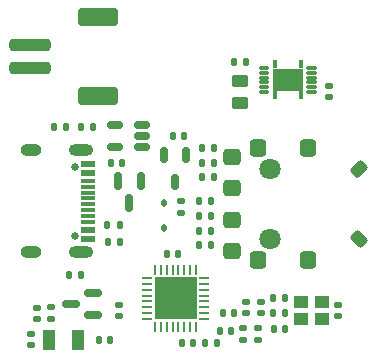
<source format=gbr>
%TF.GenerationSoftware,KiCad,Pcbnew,7.0.1*%
%TF.CreationDate,2024-01-11T23:21:17+00:00*%
%TF.ProjectId,Hardware,48617264-7761-4726-952e-6b696361645f,rev?*%
%TF.SameCoordinates,Original*%
%TF.FileFunction,Soldermask,Bot*%
%TF.FilePolarity,Negative*%
%FSLAX46Y46*%
G04 Gerber Fmt 4.6, Leading zero omitted, Abs format (unit mm)*
G04 Created by KiCad (PCBNEW 7.0.1) date 2024-01-11 23:21:17*
%MOMM*%
%LPD*%
G01*
G04 APERTURE LIST*
G04 Aperture macros list*
%AMRoundRect*
0 Rectangle with rounded corners*
0 $1 Rounding radius*
0 $2 $3 $4 $5 $6 $7 $8 $9 X,Y pos of 4 corners*
0 Add a 4 corners polygon primitive as box body*
4,1,4,$2,$3,$4,$5,$6,$7,$8,$9,$2,$3,0*
0 Add four circle primitives for the rounded corners*
1,1,$1+$1,$2,$3*
1,1,$1+$1,$4,$5*
1,1,$1+$1,$6,$7*
1,1,$1+$1,$8,$9*
0 Add four rect primitives between the rounded corners*
20,1,$1+$1,$2,$3,$4,$5,0*
20,1,$1+$1,$4,$5,$6,$7,0*
20,1,$1+$1,$6,$7,$8,$9,0*
20,1,$1+$1,$8,$9,$2,$3,0*%
G04 Aperture macros list end*
%ADD10RoundRect,0.140000X-0.170000X0.140000X-0.170000X-0.140000X0.170000X-0.140000X0.170000X0.140000X0*%
%ADD11RoundRect,0.140000X-0.140000X-0.170000X0.140000X-0.170000X0.140000X0.170000X-0.140000X0.170000X0*%
%ADD12RoundRect,0.135000X-0.185000X0.135000X-0.185000X-0.135000X0.185000X-0.135000X0.185000X0.135000X0*%
%ADD13RoundRect,0.150000X0.587500X0.150000X-0.587500X0.150000X-0.587500X-0.150000X0.587500X-0.150000X0*%
%ADD14RoundRect,0.135000X-0.135000X-0.185000X0.135000X-0.185000X0.135000X0.185000X-0.135000X0.185000X0*%
%ADD15RoundRect,0.150000X0.512500X0.150000X-0.512500X0.150000X-0.512500X-0.150000X0.512500X-0.150000X0*%
%ADD16RoundRect,0.135000X0.135000X0.185000X-0.135000X0.185000X-0.135000X-0.185000X0.135000X-0.185000X0*%
%ADD17R,1.000000X1.800000*%
%ADD18RoundRect,0.062500X0.062500X-0.337500X0.062500X0.337500X-0.062500X0.337500X-0.062500X-0.337500X0*%
%ADD19RoundRect,0.062500X0.337500X-0.062500X0.337500X0.062500X-0.337500X0.062500X-0.337500X-0.062500X0*%
%ADD20R,3.600000X3.600000*%
%ADD21RoundRect,0.147500X0.147500X0.172500X-0.147500X0.172500X-0.147500X-0.172500X0.147500X-0.172500X0*%
%ADD22C,0.650000*%
%ADD23R,1.240000X0.600000*%
%ADD24R,1.240000X0.300000*%
%ADD25O,1.800000X1.000000*%
%ADD26O,2.100000X1.000000*%
%ADD27RoundRect,0.250000X-1.500000X0.250000X-1.500000X-0.250000X1.500000X-0.250000X1.500000X0.250000X0*%
%ADD28RoundRect,0.250001X-1.449999X0.499999X-1.449999X-0.499999X1.449999X-0.499999X1.449999X0.499999X0*%
%ADD29RoundRect,0.250000X-0.450000X0.262500X-0.450000X-0.262500X0.450000X-0.262500X0.450000X0.262500X0*%
%ADD30R,1.150000X1.000000*%
%ADD31RoundRect,0.140000X0.170000X-0.140000X0.170000X0.140000X-0.170000X0.140000X-0.170000X-0.140000X0*%
%ADD32RoundRect,0.050000X0.100000X0.100000X-0.100000X0.100000X-0.100000X-0.100000X0.100000X-0.100000X0*%
%ADD33O,0.950000X0.300000*%
%ADD34R,0.400000X0.575000*%
%ADD35R,0.400000X0.675000*%
%ADD36R,2.600000X1.950000*%
%ADD37RoundRect,0.150000X-0.150000X0.512500X-0.150000X-0.512500X0.150000X-0.512500X0.150000X0.512500X0*%
%ADD38RoundRect,0.140000X0.140000X0.170000X-0.140000X0.170000X-0.140000X-0.170000X0.140000X-0.170000X0*%
%ADD39RoundRect,0.150000X-0.150000X0.587500X-0.150000X-0.587500X0.150000X-0.587500X0.150000X0.587500X0*%
%ADD40RoundRect,0.147500X-0.172500X0.147500X-0.172500X-0.147500X0.172500X-0.147500X0.172500X0.147500X0*%
%ADD41RoundRect,0.350000X0.350000X-0.400000X0.350000X0.400000X-0.350000X0.400000X-0.350000X-0.400000X0*%
%ADD42C,1.800000*%
%ADD43RoundRect,0.250000X0.141421X-0.494975X0.494975X-0.141421X-0.141421X0.494975X-0.494975X0.141421X0*%
%ADD44RoundRect,0.250000X0.494975X0.141421X0.141421X0.494975X-0.494975X-0.141421X-0.141421X-0.494975X0*%
%ADD45RoundRect,0.350000X0.400000X-0.350000X0.400000X0.350000X-0.400000X0.350000X-0.400000X-0.350000X0*%
%ADD46RoundRect,0.112500X-0.112500X0.187500X-0.112500X-0.187500X0.112500X-0.187500X0.112500X0.187500X0*%
G04 APERTURE END LIST*
D10*
%TO.C,C14*%
X142000000Y-48020000D03*
X142000000Y-48980000D03*
%TD*%
D11*
%TO.C,C20*%
X131020000Y-60250000D03*
X131980000Y-60250000D03*
%TD*%
D12*
%TO.C,R1*%
X118500000Y-66740000D03*
X118500000Y-67760000D03*
%TD*%
D11*
%TO.C,C15*%
X123540000Y-54500000D03*
X124500000Y-54500000D03*
%TD*%
%TO.C,C12*%
X133020000Y-67250000D03*
X133980000Y-67250000D03*
%TD*%
D13*
%TO.C,Q2*%
X122000000Y-65500000D03*
X122000000Y-67400000D03*
X120125000Y-66450000D03*
%TD*%
D14*
%TO.C,R12*%
X130990000Y-59000000D03*
X132010000Y-59000000D03*
%TD*%
D11*
%TO.C,C19*%
X137315000Y-68580000D03*
X138275000Y-68580000D03*
%TD*%
D14*
%TO.C,R10*%
X123250000Y-61250000D03*
X124270000Y-61250000D03*
%TD*%
D15*
%TO.C,U3*%
X126137500Y-51300000D03*
X126137500Y-52250000D03*
X126137500Y-53200000D03*
X123862500Y-53200000D03*
X123862500Y-51300000D03*
%TD*%
D14*
%TO.C,R11*%
X130990000Y-61500000D03*
X132010000Y-61500000D03*
%TD*%
D16*
%TO.C,R3*%
X119760000Y-51500000D03*
X118740000Y-51500000D03*
%TD*%
D17*
%TO.C,Y2*%
X120750000Y-69500000D03*
X118250000Y-69500000D03*
%TD*%
D11*
%TO.C,C5*%
X132770000Y-68750000D03*
X133730000Y-68750000D03*
%TD*%
D18*
%TO.C,U1*%
X130750000Y-68450000D03*
X130250000Y-68450000D03*
X129750000Y-68450000D03*
X129250000Y-68450000D03*
X128750000Y-68450000D03*
X128250000Y-68450000D03*
X127750000Y-68450000D03*
X127250000Y-68450000D03*
D19*
X126550000Y-67750000D03*
X126550000Y-67250000D03*
X126550000Y-66750000D03*
X126550000Y-66250000D03*
X126550000Y-65750000D03*
X126550000Y-65250000D03*
X126550000Y-64750000D03*
X126550000Y-64250000D03*
D18*
X127250000Y-63550000D03*
X127750000Y-63550000D03*
X128250000Y-63550000D03*
X128750000Y-63550000D03*
X129250000Y-63550000D03*
X129750000Y-63550000D03*
X130250000Y-63550000D03*
X130750000Y-63550000D03*
D19*
X131450000Y-64250000D03*
X131450000Y-64750000D03*
X131450000Y-65250000D03*
X131450000Y-65750000D03*
X131450000Y-66250000D03*
X131450000Y-66750000D03*
X131450000Y-67250000D03*
X131450000Y-67750000D03*
D20*
X129000000Y-66000000D03*
%TD*%
D21*
%TO.C,L1*%
X132485000Y-69750000D03*
X131515000Y-69750000D03*
%TD*%
D14*
%TO.C,R4*%
X123240000Y-59750000D03*
X124260000Y-59750000D03*
%TD*%
D22*
%TO.C,J1*%
X120461000Y-60675000D03*
X120461000Y-54895000D03*
D23*
X121581000Y-60985000D03*
X121581000Y-60185000D03*
D24*
X121581000Y-59035000D03*
X121581000Y-58035000D03*
X121581000Y-57535000D03*
X121581000Y-56535000D03*
D23*
X121581000Y-55385000D03*
X121581000Y-54585000D03*
X121581000Y-54585000D03*
X121581000Y-55385000D03*
D24*
X121581000Y-56035000D03*
X121581000Y-57035000D03*
X121581000Y-58535000D03*
X121581000Y-59535000D03*
D23*
X121581000Y-60185000D03*
X121581000Y-60985000D03*
D25*
X116781000Y-62105000D03*
D26*
X120981000Y-62105000D03*
D25*
X116781000Y-53465000D03*
D26*
X120981000Y-53465000D03*
%TD*%
D27*
%TO.C,J2*%
X116650000Y-44500000D03*
X116650000Y-46500000D03*
D28*
X122400000Y-42150000D03*
X122400000Y-48850000D03*
%TD*%
D16*
%TO.C,R5*%
X132260000Y-55750000D03*
X131240000Y-55750000D03*
%TD*%
D29*
%TO.C,R6*%
X134500000Y-47587500D03*
X134500000Y-49412500D03*
%TD*%
D11*
%TO.C,C21*%
X131020000Y-57750000D03*
X131980000Y-57750000D03*
%TD*%
%TO.C,C1*%
X137270000Y-67250000D03*
X138230000Y-67250000D03*
%TD*%
D30*
%TO.C,Y1*%
X139625000Y-66300000D03*
X141375000Y-66300000D03*
X141375000Y-67700000D03*
X139625000Y-67700000D03*
%TD*%
D10*
%TO.C,C3*%
X116750000Y-69020000D03*
X116750000Y-69980000D03*
%TD*%
%TO.C,C11*%
X135000000Y-66270000D03*
X135000000Y-67230000D03*
%TD*%
D31*
%TO.C,C13*%
X136250000Y-67230000D03*
X136250000Y-66270000D03*
%TD*%
D16*
%TO.C,R9*%
X121010000Y-64000000D03*
X119990000Y-64000000D03*
%TD*%
D10*
%TO.C,C16*%
X129500000Y-57770000D03*
X129500000Y-58730000D03*
%TD*%
D32*
%TO.C,U2*%
X140800000Y-46500000D03*
D33*
X140475000Y-46500000D03*
D32*
X140800000Y-46900000D03*
D33*
X140475000Y-46900000D03*
D32*
X140800000Y-47300000D03*
D33*
X140475000Y-47300000D03*
D32*
X140800000Y-47700000D03*
D33*
X140475000Y-47700000D03*
D32*
X140800000Y-48100000D03*
D33*
X140475000Y-48100000D03*
D32*
X140800000Y-48500000D03*
D33*
X140475000Y-48500000D03*
X136525000Y-48500000D03*
D32*
X136200000Y-48500000D03*
D33*
X136525000Y-48100000D03*
D32*
X136200000Y-48100000D03*
D33*
X136525000Y-47700000D03*
D32*
X136200000Y-47700000D03*
D33*
X136525000Y-47300000D03*
D32*
X136200000Y-47300000D03*
D33*
X136525000Y-46900000D03*
D32*
X136200000Y-46900000D03*
D33*
X136525000Y-46500000D03*
D32*
X136200000Y-46500000D03*
D34*
X139600000Y-48865000D03*
D35*
X139600000Y-48812500D03*
X139600000Y-46187500D03*
D34*
X139600000Y-46135000D03*
D36*
X138500000Y-47500000D03*
X138500000Y-47500000D03*
D34*
X137400000Y-48865000D03*
D35*
X137400000Y-48812500D03*
X137400000Y-46187500D03*
D34*
X137400000Y-46135000D03*
%TD*%
D37*
%TO.C,U4*%
X128000000Y-53862500D03*
X129900000Y-53862500D03*
X128950000Y-56137500D03*
%TD*%
D11*
%TO.C,C22*%
X131270000Y-54500000D03*
X132230000Y-54500000D03*
%TD*%
D16*
%TO.C,R7*%
X135010000Y-46000000D03*
X133990000Y-46000000D03*
%TD*%
D38*
%TO.C,C4*%
X123480000Y-69500000D03*
X122520000Y-69500000D03*
%TD*%
D39*
%TO.C,Q1*%
X124145000Y-56062500D03*
X126045000Y-56062500D03*
X125095000Y-57937500D03*
%TD*%
D14*
%TO.C,R13*%
X131240000Y-53250000D03*
X132260000Y-53250000D03*
%TD*%
D31*
%TO.C,C6*%
X117250000Y-67730000D03*
X117250000Y-66770000D03*
%TD*%
D40*
%TO.C,L2*%
X136000000Y-68515000D03*
X136000000Y-69485000D03*
%TD*%
D41*
%TO.C,J4*%
X136000000Y-62750000D03*
X140250000Y-62750000D03*
D42*
X137000000Y-61000000D03*
D43*
X144500000Y-61000000D03*
D42*
X137000000Y-55000000D03*
D44*
X144500000Y-55000000D03*
D41*
X136000000Y-53250000D03*
X140250000Y-53250000D03*
D45*
X133750000Y-62000000D03*
X133750000Y-59333334D03*
X133750000Y-56666668D03*
X133750000Y-54000000D03*
%TD*%
D11*
%TO.C,C10*%
X128270000Y-62250000D03*
X129230000Y-62250000D03*
%TD*%
D31*
%TO.C,C7*%
X134750000Y-69480000D03*
X134750000Y-68520000D03*
%TD*%
D16*
%TO.C,R2*%
X138260000Y-66000000D03*
X137240000Y-66000000D03*
%TD*%
D10*
%TO.C,C2*%
X142750000Y-66520000D03*
X142750000Y-67480000D03*
%TD*%
D38*
%TO.C,C8*%
X130480000Y-69750000D03*
X129520000Y-69750000D03*
%TD*%
D10*
%TO.C,C9*%
X124250000Y-66520000D03*
X124250000Y-67480000D03*
%TD*%
D38*
%TO.C,C17*%
X129730000Y-52250000D03*
X128770000Y-52250000D03*
%TD*%
D14*
%TO.C,R8*%
X120990000Y-51500000D03*
X122010000Y-51500000D03*
%TD*%
D46*
%TO.C,D1*%
X128000000Y-57950000D03*
X128000000Y-60050000D03*
%TD*%
M02*

</source>
